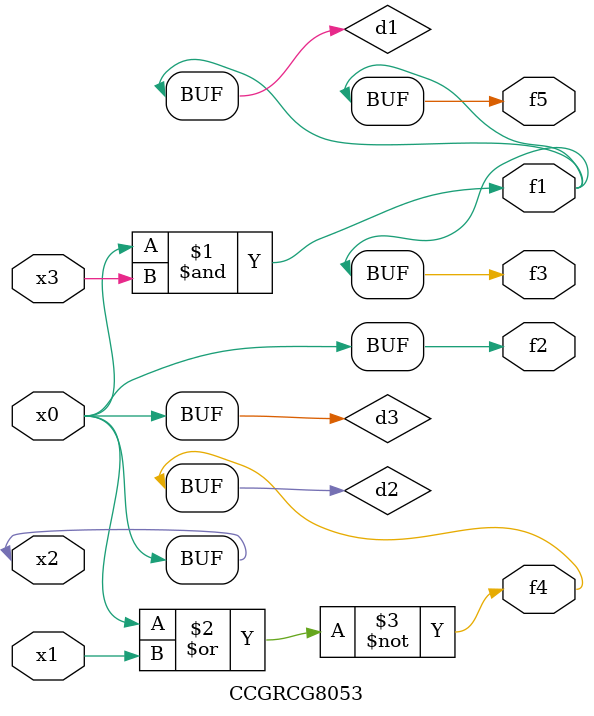
<source format=v>
module CCGRCG8053(
	input x0, x1, x2, x3,
	output f1, f2, f3, f4, f5
);

	wire d1, d2, d3;

	and (d1, x2, x3);
	nor (d2, x0, x1);
	buf (d3, x0, x2);
	assign f1 = d1;
	assign f2 = d3;
	assign f3 = d1;
	assign f4 = d2;
	assign f5 = d1;
endmodule

</source>
